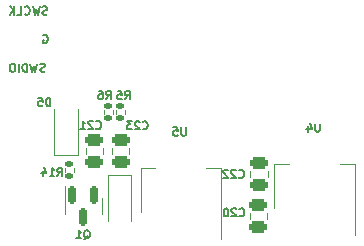
<source format=gbr>
%TF.GenerationSoftware,KiCad,Pcbnew,6.0.11-2627ca5db0~126~ubuntu22.04.1*%
%TF.CreationDate,2023-06-07T20:54:12+02:00*%
%TF.ProjectId,asac-fc-rev-b,61736163-2d66-4632-9d72-65762d622e6b,B*%
%TF.SameCoordinates,Original*%
%TF.FileFunction,Legend,Bot*%
%TF.FilePolarity,Positive*%
%FSLAX46Y46*%
G04 Gerber Fmt 4.6, Leading zero omitted, Abs format (unit mm)*
G04 Created by KiCad (PCBNEW 6.0.11-2627ca5db0~126~ubuntu22.04.1) date 2023-06-07 20:54:12*
%MOMM*%
%LPD*%
G01*
G04 APERTURE LIST*
G04 Aperture macros list*
%AMRoundRect*
0 Rectangle with rounded corners*
0 $1 Rounding radius*
0 $2 $3 $4 $5 $6 $7 $8 $9 X,Y pos of 4 corners*
0 Add a 4 corners polygon primitive as box body*
4,1,4,$2,$3,$4,$5,$6,$7,$8,$9,$2,$3,0*
0 Add four circle primitives for the rounded corners*
1,1,$1+$1,$2,$3*
1,1,$1+$1,$4,$5*
1,1,$1+$1,$6,$7*
1,1,$1+$1,$8,$9*
0 Add four rect primitives between the rounded corners*
20,1,$1+$1,$2,$3,$4,$5,0*
20,1,$1+$1,$4,$5,$6,$7,0*
20,1,$1+$1,$6,$7,$8,$9,0*
20,1,$1+$1,$8,$9,$2,$3,0*%
G04 Aperture macros list end*
%ADD10C,0.175000*%
%ADD11C,0.150000*%
%ADD12C,0.120000*%
%ADD13R,0.850000X0.700000*%
%ADD14R,1.270000X1.270000*%
%ADD15C,0.650000*%
%ADD16O,2.100000X1.000000*%
%ADD17O,1.800000X1.000000*%
%ADD18C,1.300000*%
%ADD19C,0.800000*%
%ADD20RoundRect,0.250000X0.250000X-0.625000X0.250000X0.625000X-0.250000X0.625000X-0.250000X-0.625000X0*%
%ADD21R,1.500000X2.000000*%
%ADD22R,3.800000X2.000000*%
%ADD23RoundRect,0.250000X0.475000X-0.250000X0.475000X0.250000X-0.475000X0.250000X-0.475000X-0.250000X0*%
%ADD24R,1.200000X0.900000*%
%ADD25RoundRect,0.135000X-0.185000X0.135000X-0.185000X-0.135000X0.185000X-0.135000X0.185000X0.135000X0*%
%ADD26O,1.500000X1.000000*%
%ADD27RoundRect,0.135000X0.185000X-0.135000X0.185000X0.135000X-0.185000X0.135000X-0.185000X-0.135000X0*%
%ADD28RoundRect,0.150000X-0.150000X0.587500X-0.150000X-0.587500X0.150000X-0.587500X0.150000X0.587500X0*%
G04 APERTURE END LIST*
D10*
X109363333Y-120253333D02*
X109263333Y-120286666D01*
X109096666Y-120286666D01*
X109030000Y-120253333D01*
X108996666Y-120220000D01*
X108963333Y-120153333D01*
X108963333Y-120086666D01*
X108996666Y-120020000D01*
X109030000Y-119986666D01*
X109096666Y-119953333D01*
X109230000Y-119920000D01*
X109296666Y-119886666D01*
X109330000Y-119853333D01*
X109363333Y-119786666D01*
X109363333Y-119720000D01*
X109330000Y-119653333D01*
X109296666Y-119620000D01*
X109230000Y-119586666D01*
X109063333Y-119586666D01*
X108963333Y-119620000D01*
X108730000Y-119586666D02*
X108563333Y-120286666D01*
X108430000Y-119786666D01*
X108296666Y-120286666D01*
X108130000Y-119586666D01*
X107863333Y-120286666D02*
X107863333Y-119586666D01*
X107696666Y-119586666D01*
X107596666Y-119620000D01*
X107530000Y-119686666D01*
X107496666Y-119753333D01*
X107463333Y-119886666D01*
X107463333Y-119986666D01*
X107496666Y-120120000D01*
X107530000Y-120186666D01*
X107596666Y-120253333D01*
X107696666Y-120286666D01*
X107863333Y-120286666D01*
X107163333Y-120286666D02*
X107163333Y-119586666D01*
X106696666Y-119586666D02*
X106563333Y-119586666D01*
X106496666Y-119620000D01*
X106430000Y-119686666D01*
X106396666Y-119820000D01*
X106396666Y-120053333D01*
X106430000Y-120186666D01*
X106496666Y-120253333D01*
X106563333Y-120286666D01*
X106696666Y-120286666D01*
X106763333Y-120253333D01*
X106830000Y-120186666D01*
X106863333Y-120053333D01*
X106863333Y-119820000D01*
X106830000Y-119686666D01*
X106763333Y-119620000D01*
X106696666Y-119586666D01*
X109196666Y-117190000D02*
X109263333Y-117156666D01*
X109363333Y-117156666D01*
X109463333Y-117190000D01*
X109530000Y-117256666D01*
X109563333Y-117323333D01*
X109596666Y-117456666D01*
X109596666Y-117556666D01*
X109563333Y-117690000D01*
X109530000Y-117756666D01*
X109463333Y-117823333D01*
X109363333Y-117856666D01*
X109296666Y-117856666D01*
X109196666Y-117823333D01*
X109163333Y-117790000D01*
X109163333Y-117556666D01*
X109296666Y-117556666D01*
X109553333Y-115423333D02*
X109453333Y-115456666D01*
X109286666Y-115456666D01*
X109220000Y-115423333D01*
X109186666Y-115390000D01*
X109153333Y-115323333D01*
X109153333Y-115256666D01*
X109186666Y-115190000D01*
X109220000Y-115156666D01*
X109286666Y-115123333D01*
X109420000Y-115090000D01*
X109486666Y-115056666D01*
X109520000Y-115023333D01*
X109553333Y-114956666D01*
X109553333Y-114890000D01*
X109520000Y-114823333D01*
X109486666Y-114790000D01*
X109420000Y-114756666D01*
X109253333Y-114756666D01*
X109153333Y-114790000D01*
X108920000Y-114756666D02*
X108753333Y-115456666D01*
X108620000Y-114956666D01*
X108486666Y-115456666D01*
X108320000Y-114756666D01*
X107653333Y-115390000D02*
X107686666Y-115423333D01*
X107786666Y-115456666D01*
X107853333Y-115456666D01*
X107953333Y-115423333D01*
X108020000Y-115356666D01*
X108053333Y-115290000D01*
X108086666Y-115156666D01*
X108086666Y-115056666D01*
X108053333Y-114923333D01*
X108020000Y-114856666D01*
X107953333Y-114790000D01*
X107853333Y-114756666D01*
X107786666Y-114756666D01*
X107686666Y-114790000D01*
X107653333Y-114823333D01*
X107020000Y-115456666D02*
X107353333Y-115456666D01*
X107353333Y-114756666D01*
X106786666Y-115456666D02*
X106786666Y-114756666D01*
X106386666Y-115456666D02*
X106686666Y-115056666D01*
X106386666Y-114756666D02*
X106786666Y-115156666D01*
D11*
%TO.C,U4*%
X132643333Y-124666666D02*
X132643333Y-125233333D01*
X132610000Y-125300000D01*
X132576666Y-125333333D01*
X132510000Y-125366666D01*
X132376666Y-125366666D01*
X132310000Y-125333333D01*
X132276666Y-125300000D01*
X132243333Y-125233333D01*
X132243333Y-124666666D01*
X131610000Y-124900000D02*
X131610000Y-125366666D01*
X131776666Y-124633333D02*
X131943333Y-125133333D01*
X131510000Y-125133333D01*
%TO.C,C22*%
X125790000Y-129210000D02*
X125823333Y-129243333D01*
X125923333Y-129276666D01*
X125990000Y-129276666D01*
X126090000Y-129243333D01*
X126156666Y-129176666D01*
X126190000Y-129110000D01*
X126223333Y-128976666D01*
X126223333Y-128876666D01*
X126190000Y-128743333D01*
X126156666Y-128676666D01*
X126090000Y-128610000D01*
X125990000Y-128576666D01*
X125923333Y-128576666D01*
X125823333Y-128610000D01*
X125790000Y-128643333D01*
X125523333Y-128643333D02*
X125490000Y-128610000D01*
X125423333Y-128576666D01*
X125256666Y-128576666D01*
X125190000Y-128610000D01*
X125156666Y-128643333D01*
X125123333Y-128710000D01*
X125123333Y-128776666D01*
X125156666Y-128876666D01*
X125556666Y-129276666D01*
X125123333Y-129276666D01*
X124856666Y-128643333D02*
X124823333Y-128610000D01*
X124756666Y-128576666D01*
X124590000Y-128576666D01*
X124523333Y-128610000D01*
X124490000Y-128643333D01*
X124456666Y-128710000D01*
X124456666Y-128776666D01*
X124490000Y-128876666D01*
X124890000Y-129276666D01*
X124456666Y-129276666D01*
%TO.C,C20*%
X125830000Y-132470000D02*
X125863333Y-132503333D01*
X125963333Y-132536666D01*
X126030000Y-132536666D01*
X126130000Y-132503333D01*
X126196666Y-132436666D01*
X126230000Y-132370000D01*
X126263333Y-132236666D01*
X126263333Y-132136666D01*
X126230000Y-132003333D01*
X126196666Y-131936666D01*
X126130000Y-131870000D01*
X126030000Y-131836666D01*
X125963333Y-131836666D01*
X125863333Y-131870000D01*
X125830000Y-131903333D01*
X125563333Y-131903333D02*
X125530000Y-131870000D01*
X125463333Y-131836666D01*
X125296666Y-131836666D01*
X125230000Y-131870000D01*
X125196666Y-131903333D01*
X125163333Y-131970000D01*
X125163333Y-132036666D01*
X125196666Y-132136666D01*
X125596666Y-132536666D01*
X125163333Y-132536666D01*
X124730000Y-131836666D02*
X124663333Y-131836666D01*
X124596666Y-131870000D01*
X124563333Y-131903333D01*
X124530000Y-131970000D01*
X124496666Y-132103333D01*
X124496666Y-132270000D01*
X124530000Y-132403333D01*
X124563333Y-132470000D01*
X124596666Y-132503333D01*
X124663333Y-132536666D01*
X124730000Y-132536666D01*
X124796666Y-132503333D01*
X124830000Y-132470000D01*
X124863333Y-132403333D01*
X124896666Y-132270000D01*
X124896666Y-132103333D01*
X124863333Y-131970000D01*
X124830000Y-131903333D01*
X124796666Y-131870000D01*
X124730000Y-131836666D01*
%TO.C,R6*%
X114546666Y-122596666D02*
X114780000Y-122263333D01*
X114946666Y-122596666D02*
X114946666Y-121896666D01*
X114680000Y-121896666D01*
X114613333Y-121930000D01*
X114580000Y-121963333D01*
X114546666Y-122030000D01*
X114546666Y-122130000D01*
X114580000Y-122196666D01*
X114613333Y-122230000D01*
X114680000Y-122263333D01*
X114946666Y-122263333D01*
X113946666Y-121896666D02*
X114080000Y-121896666D01*
X114146666Y-121930000D01*
X114180000Y-121963333D01*
X114246666Y-122063333D01*
X114280000Y-122196666D01*
X114280000Y-122463333D01*
X114246666Y-122530000D01*
X114213333Y-122563333D01*
X114146666Y-122596666D01*
X114013333Y-122596666D01*
X113946666Y-122563333D01*
X113913333Y-122530000D01*
X113880000Y-122463333D01*
X113880000Y-122296666D01*
X113913333Y-122230000D01*
X113946666Y-122196666D01*
X114013333Y-122163333D01*
X114146666Y-122163333D01*
X114213333Y-122196666D01*
X114246666Y-122230000D01*
X114280000Y-122296666D01*
%TO.C,C21*%
X113700000Y-125060000D02*
X113733333Y-125093333D01*
X113833333Y-125126666D01*
X113900000Y-125126666D01*
X114000000Y-125093333D01*
X114066666Y-125026666D01*
X114100000Y-124960000D01*
X114133333Y-124826666D01*
X114133333Y-124726666D01*
X114100000Y-124593333D01*
X114066666Y-124526666D01*
X114000000Y-124460000D01*
X113900000Y-124426666D01*
X113833333Y-124426666D01*
X113733333Y-124460000D01*
X113700000Y-124493333D01*
X113433333Y-124493333D02*
X113400000Y-124460000D01*
X113333333Y-124426666D01*
X113166666Y-124426666D01*
X113100000Y-124460000D01*
X113066666Y-124493333D01*
X113033333Y-124560000D01*
X113033333Y-124626666D01*
X113066666Y-124726666D01*
X113466666Y-125126666D01*
X113033333Y-125126666D01*
X112366666Y-125126666D02*
X112766666Y-125126666D01*
X112566666Y-125126666D02*
X112566666Y-124426666D01*
X112633333Y-124526666D01*
X112700000Y-124593333D01*
X112766666Y-124626666D01*
%TO.C,U5*%
X121313333Y-124986666D02*
X121313333Y-125553333D01*
X121280000Y-125620000D01*
X121246666Y-125653333D01*
X121180000Y-125686666D01*
X121046666Y-125686666D01*
X120980000Y-125653333D01*
X120946666Y-125620000D01*
X120913333Y-125553333D01*
X120913333Y-124986666D01*
X120246666Y-124986666D02*
X120580000Y-124986666D01*
X120613333Y-125320000D01*
X120580000Y-125286666D01*
X120513333Y-125253333D01*
X120346666Y-125253333D01*
X120280000Y-125286666D01*
X120246666Y-125320000D01*
X120213333Y-125386666D01*
X120213333Y-125553333D01*
X120246666Y-125620000D01*
X120280000Y-125653333D01*
X120346666Y-125686666D01*
X120513333Y-125686666D01*
X120580000Y-125653333D01*
X120613333Y-125620000D01*
%TO.C,R5*%
X116146666Y-122616666D02*
X116380000Y-122283333D01*
X116546666Y-122616666D02*
X116546666Y-121916666D01*
X116280000Y-121916666D01*
X116213333Y-121950000D01*
X116180000Y-121983333D01*
X116146666Y-122050000D01*
X116146666Y-122150000D01*
X116180000Y-122216666D01*
X116213333Y-122250000D01*
X116280000Y-122283333D01*
X116546666Y-122283333D01*
X115513333Y-121916666D02*
X115846666Y-121916666D01*
X115880000Y-122250000D01*
X115846666Y-122216666D01*
X115780000Y-122183333D01*
X115613333Y-122183333D01*
X115546666Y-122216666D01*
X115513333Y-122250000D01*
X115480000Y-122316666D01*
X115480000Y-122483333D01*
X115513333Y-122550000D01*
X115546666Y-122583333D01*
X115613333Y-122616666D01*
X115780000Y-122616666D01*
X115846666Y-122583333D01*
X115880000Y-122550000D01*
%TO.C,D5*%
X109836666Y-123196666D02*
X109836666Y-122496666D01*
X109670000Y-122496666D01*
X109570000Y-122530000D01*
X109503333Y-122596666D01*
X109470000Y-122663333D01*
X109436666Y-122796666D01*
X109436666Y-122896666D01*
X109470000Y-123030000D01*
X109503333Y-123096666D01*
X109570000Y-123163333D01*
X109670000Y-123196666D01*
X109836666Y-123196666D01*
X108803333Y-122496666D02*
X109136666Y-122496666D01*
X109170000Y-122830000D01*
X109136666Y-122796666D01*
X109070000Y-122763333D01*
X108903333Y-122763333D01*
X108836666Y-122796666D01*
X108803333Y-122830000D01*
X108770000Y-122896666D01*
X108770000Y-123063333D01*
X108803333Y-123130000D01*
X108836666Y-123163333D01*
X108903333Y-123196666D01*
X109070000Y-123196666D01*
X109136666Y-123163333D01*
X109170000Y-123130000D01*
%TO.C,C23*%
X117650000Y-125100000D02*
X117683333Y-125133333D01*
X117783333Y-125166666D01*
X117850000Y-125166666D01*
X117950000Y-125133333D01*
X118016666Y-125066666D01*
X118050000Y-125000000D01*
X118083333Y-124866666D01*
X118083333Y-124766666D01*
X118050000Y-124633333D01*
X118016666Y-124566666D01*
X117950000Y-124500000D01*
X117850000Y-124466666D01*
X117783333Y-124466666D01*
X117683333Y-124500000D01*
X117650000Y-124533333D01*
X117383333Y-124533333D02*
X117350000Y-124500000D01*
X117283333Y-124466666D01*
X117116666Y-124466666D01*
X117050000Y-124500000D01*
X117016666Y-124533333D01*
X116983333Y-124600000D01*
X116983333Y-124666666D01*
X117016666Y-124766666D01*
X117416666Y-125166666D01*
X116983333Y-125166666D01*
X116750000Y-124466666D02*
X116316666Y-124466666D01*
X116550000Y-124733333D01*
X116450000Y-124733333D01*
X116383333Y-124766666D01*
X116350000Y-124800000D01*
X116316666Y-124866666D01*
X116316666Y-125033333D01*
X116350000Y-125100000D01*
X116383333Y-125133333D01*
X116450000Y-125166666D01*
X116650000Y-125166666D01*
X116716666Y-125133333D01*
X116750000Y-125100000D01*
%TO.C,R14*%
X110430000Y-129116666D02*
X110663333Y-128783333D01*
X110830000Y-129116666D02*
X110830000Y-128416666D01*
X110563333Y-128416666D01*
X110496666Y-128450000D01*
X110463333Y-128483333D01*
X110430000Y-128550000D01*
X110430000Y-128650000D01*
X110463333Y-128716666D01*
X110496666Y-128750000D01*
X110563333Y-128783333D01*
X110830000Y-128783333D01*
X109763333Y-129116666D02*
X110163333Y-129116666D01*
X109963333Y-129116666D02*
X109963333Y-128416666D01*
X110030000Y-128516666D01*
X110096666Y-128583333D01*
X110163333Y-128616666D01*
X109163333Y-128650000D02*
X109163333Y-129116666D01*
X109330000Y-128383333D02*
X109496666Y-128883333D01*
X109063333Y-128883333D01*
%TO.C,Q1*%
X112656666Y-134463333D02*
X112723333Y-134430000D01*
X112790000Y-134363333D01*
X112890000Y-134263333D01*
X112956666Y-134230000D01*
X113023333Y-134230000D01*
X112990000Y-134396666D02*
X113056666Y-134363333D01*
X113123333Y-134296666D01*
X113156666Y-134163333D01*
X113156666Y-133930000D01*
X113123333Y-133796666D01*
X113056666Y-133730000D01*
X112990000Y-133696666D01*
X112856666Y-133696666D01*
X112790000Y-133730000D01*
X112723333Y-133796666D01*
X112690000Y-133930000D01*
X112690000Y-134163333D01*
X112723333Y-134296666D01*
X112790000Y-134363333D01*
X112856666Y-134396666D01*
X112990000Y-134396666D01*
X112023333Y-134396666D02*
X112423333Y-134396666D01*
X112223333Y-134396666D02*
X112223333Y-133696666D01*
X112290000Y-133796666D01*
X112356666Y-133863333D01*
X112423333Y-133896666D01*
D12*
%TO.C,U4*%
X128790000Y-128065000D02*
X130050000Y-128065000D01*
X135610000Y-134075000D02*
X135610000Y-128065000D01*
X128790000Y-131825000D02*
X128790000Y-128065000D01*
X135610000Y-128065000D02*
X134350000Y-128065000D01*
%TO.C,C22*%
X126755000Y-129201252D02*
X126755000Y-128678748D01*
X128225000Y-129201252D02*
X128225000Y-128678748D01*
%TO.C,D4*%
X114670000Y-129000000D02*
X116670000Y-129000000D01*
X114670000Y-129000000D02*
X114670000Y-132900000D01*
X116670000Y-129000000D02*
X116670000Y-132900000D01*
%TO.C,C20*%
X126715000Y-132736252D02*
X126715000Y-132213748D01*
X128185000Y-132736252D02*
X128185000Y-132213748D01*
%TO.C,R6*%
X115100000Y-123526359D02*
X115100000Y-123833641D01*
X114340000Y-123526359D02*
X114340000Y-123833641D01*
%TO.C,C21*%
X112815000Y-127261252D02*
X112815000Y-126738748D01*
X114285000Y-127261252D02*
X114285000Y-126738748D01*
%TO.C,U5*%
X117465000Y-128415000D02*
X118725000Y-128415000D01*
X124285000Y-134425000D02*
X124285000Y-128415000D01*
X124285000Y-128415000D02*
X123025000Y-128415000D01*
X117465000Y-132175000D02*
X117465000Y-128415000D01*
%TO.C,R5*%
X116120000Y-123556359D02*
X116120000Y-123863641D01*
X115360000Y-123556359D02*
X115360000Y-123863641D01*
%TO.C,D5*%
X112160000Y-127350000D02*
X112160000Y-123450000D01*
X110160000Y-127350000D02*
X110160000Y-123450000D01*
X112160000Y-127350000D02*
X110160000Y-127350000D01*
%TO.C,C23*%
X116505000Y-127231252D02*
X116505000Y-126708748D01*
X115035000Y-127231252D02*
X115035000Y-126708748D01*
%TO.C,R14*%
X111800000Y-128753641D02*
X111800000Y-128446359D01*
X111040000Y-128753641D02*
X111040000Y-128446359D01*
%TO.C,Q1*%
X111040000Y-131660000D02*
X111040000Y-132310000D01*
X114160000Y-131660000D02*
X114160000Y-132310000D01*
X111040000Y-131660000D02*
X111040000Y-129985000D01*
X114160000Y-131660000D02*
X114160000Y-131010000D01*
%TD*%
%LPC*%
D13*
%TO.C,J4*%
X139775000Y-129750000D03*
X141375000Y-129050000D03*
X140575000Y-129050000D03*
X140575000Y-129750000D03*
X141375000Y-129750000D03*
X139775000Y-129050000D03*
X141375000Y-128350000D03*
X139775000Y-128350000D03*
X140575000Y-128350000D03*
D14*
X141175000Y-126850000D03*
D13*
X139775000Y-124650000D03*
X140575000Y-123950000D03*
X140575000Y-125350000D03*
X141375000Y-124650000D03*
X141375000Y-123950000D03*
X141375000Y-125350000D03*
X140575000Y-124650000D03*
X139775000Y-125350000D03*
X139775000Y-123950000D03*
%TD*%
%TO.C,J9*%
X106749600Y-105777800D03*
X108349600Y-106477800D03*
X108349600Y-105777800D03*
X106749600Y-105077800D03*
X107549600Y-106477800D03*
X107549600Y-105777800D03*
X106749600Y-106477800D03*
X108349600Y-105077800D03*
X107549600Y-105077800D03*
D14*
X106949600Y-107977800D03*
D13*
X108349600Y-110177800D03*
X107549600Y-110177800D03*
X106749600Y-109477800D03*
X107549600Y-110877800D03*
X106749600Y-110177800D03*
X108349600Y-110877800D03*
X106749600Y-110877800D03*
X107549600Y-109477800D03*
X108349600Y-109477800D03*
%TD*%
D15*
%TO.C,J10*%
X111022500Y-114570000D03*
X111022500Y-120350000D03*
D16*
X111523500Y-113140000D03*
X111523500Y-121780000D03*
D17*
X107343500Y-113140000D03*
X107343500Y-121780000D03*
%TD*%
D18*
%TO.C,SW1*%
X141090000Y-119630000D03*
X141090000Y-115130000D03*
D19*
X141090000Y-118230000D03*
X141090000Y-116530000D03*
%TD*%
D20*
%TO.C,J3*%
X111580000Y-104000000D03*
X113080000Y-104000000D03*
X114580000Y-104000000D03*
X116080000Y-104000000D03*
%TD*%
D13*
%TO.C,J1*%
X139820000Y-105900000D03*
X141420000Y-106600000D03*
X141420000Y-105200000D03*
X139820000Y-105200000D03*
X140620000Y-105900000D03*
X140620000Y-105200000D03*
X140620000Y-106600000D03*
X139820000Y-106600000D03*
X141420000Y-105900000D03*
D14*
X141170000Y-108100000D03*
D13*
X139820000Y-111000000D03*
X140620000Y-110300000D03*
X140620000Y-111000000D03*
X141420000Y-110300000D03*
X139820000Y-109600000D03*
X141420000Y-111000000D03*
X140620000Y-109600000D03*
X139820000Y-110300000D03*
X141420000Y-109600000D03*
%TD*%
D20*
%TO.C,J15*%
X123720000Y-100850000D03*
X125220000Y-100850000D03*
X126720000Y-100850000D03*
X128220000Y-100850000D03*
%TD*%
%TO.C,J8*%
X117660000Y-100830000D03*
X119160000Y-100830000D03*
X120660000Y-100830000D03*
X122160000Y-100830000D03*
%TD*%
%TO.C,J2*%
X129820000Y-104000000D03*
X131320000Y-104000000D03*
X132820000Y-104000000D03*
X134320000Y-104000000D03*
%TD*%
D13*
%TO.C,J6*%
X107574600Y-129050000D03*
X107574600Y-128350000D03*
X107574600Y-129750000D03*
X108374600Y-128350000D03*
X108374600Y-129050000D03*
X106774600Y-129050000D03*
X108374600Y-129750000D03*
X106774600Y-129750000D03*
X106774600Y-128350000D03*
D14*
X106974600Y-126850000D03*
D13*
X108374600Y-123950000D03*
X107574600Y-124650000D03*
X107574600Y-125350000D03*
X108374600Y-125350000D03*
X106774600Y-124650000D03*
X108374600Y-124650000D03*
X107574600Y-123950000D03*
X106774600Y-125350000D03*
X106774600Y-123950000D03*
%TD*%
D20*
%TO.C,J5*%
X111580000Y-100840000D03*
X113080000Y-100840000D03*
X114580000Y-100840000D03*
X116080000Y-100840000D03*
%TD*%
%TO.C,J12*%
X129820000Y-100830000D03*
X131320000Y-100830000D03*
X132820000Y-100830000D03*
X134320000Y-100830000D03*
%TD*%
D21*
%TO.C,U4*%
X134500000Y-133125000D03*
X132200000Y-133125000D03*
D22*
X132200000Y-126825000D03*
D21*
X129900000Y-133125000D03*
%TD*%
D23*
%TO.C,C22*%
X127490000Y-129890000D03*
X127490000Y-127990000D03*
%TD*%
D24*
%TO.C,D4*%
X115670000Y-129600000D03*
X115670000Y-132900000D03*
%TD*%
D23*
%TO.C,C20*%
X127450000Y-133425000D03*
X127450000Y-131525000D03*
%TD*%
D25*
%TO.C,R6*%
X114720000Y-123170000D03*
X114720000Y-124190000D03*
%TD*%
D23*
%TO.C,C21*%
X113550000Y-127950000D03*
X113550000Y-126050000D03*
%TD*%
D21*
%TO.C,U5*%
X123175000Y-133475000D03*
X120875000Y-133475000D03*
D22*
X120875000Y-127175000D03*
D21*
X118575000Y-133475000D03*
%TD*%
D26*
%TO.C,J14*%
X107150000Y-116240000D03*
X107150000Y-117510000D03*
X107150000Y-118780000D03*
%TD*%
D25*
%TO.C,R5*%
X115740000Y-123200000D03*
X115740000Y-124220000D03*
%TD*%
D24*
%TO.C,D5*%
X111160000Y-126750000D03*
X111160000Y-123450000D03*
%TD*%
D23*
%TO.C,C23*%
X115770000Y-127920000D03*
X115770000Y-126020000D03*
%TD*%
D27*
%TO.C,R14*%
X111420000Y-129110000D03*
X111420000Y-128090000D03*
%TD*%
D28*
%TO.C,Q1*%
X111650000Y-130722500D03*
X113550000Y-130722500D03*
X112600000Y-132597500D03*
%TD*%
G36*
X133604926Y-136123588D02*
G01*
X133651516Y-136177160D01*
X133661747Y-136247415D01*
X133632370Y-136312049D01*
X133620957Y-136323660D01*
X133461304Y-136466335D01*
X133456335Y-136471304D01*
X133236863Y-136716894D01*
X133232457Y-136722419D01*
X133041872Y-136991022D01*
X133038120Y-136996993D01*
X132878804Y-137285253D01*
X132875739Y-137291617D01*
X132749704Y-137595894D01*
X132747371Y-137602561D01*
X132656193Y-137919047D01*
X132654625Y-137925916D01*
X132599455Y-138250623D01*
X132598665Y-138257636D01*
X132580100Y-138588225D01*
X132580000Y-138591782D01*
X132580000Y-141583813D01*
X132579393Y-141596163D01*
X132562002Y-141772737D01*
X132557184Y-141796963D01*
X132507482Y-141960809D01*
X132498029Y-141983629D01*
X132417319Y-142134628D01*
X132403596Y-142155166D01*
X132294980Y-142287515D01*
X132277515Y-142304980D01*
X132145166Y-142413596D01*
X132124628Y-142427319D01*
X131973629Y-142508029D01*
X131950809Y-142517482D01*
X131786963Y-142567184D01*
X131762737Y-142572002D01*
X131586163Y-142589393D01*
X131573813Y-142590000D01*
X130088258Y-142590000D01*
X130071812Y-142588922D01*
X129967037Y-142575128D01*
X129935265Y-142566615D01*
X129845326Y-142529361D01*
X129816840Y-142512914D01*
X129739607Y-142453651D01*
X129716349Y-142430393D01*
X129657086Y-142353160D01*
X129640639Y-142324674D01*
X129603385Y-142234735D01*
X129594872Y-142202963D01*
X129581078Y-142098188D01*
X129580000Y-142081742D01*
X129580000Y-139593092D01*
X129579697Y-139586920D01*
X129561392Y-139401076D01*
X129558988Y-139388984D01*
X129505675Y-139213235D01*
X129500964Y-139201862D01*
X129414390Y-139039893D01*
X129407539Y-139029640D01*
X129291034Y-138887678D01*
X129282322Y-138878966D01*
X129140360Y-138762461D01*
X129130107Y-138755610D01*
X128968138Y-138669036D01*
X128956765Y-138664325D01*
X128781016Y-138611012D01*
X128768924Y-138608608D01*
X128583080Y-138590303D01*
X128576908Y-138590000D01*
X127583092Y-138590000D01*
X127576920Y-138590303D01*
X127391076Y-138608608D01*
X127378984Y-138611012D01*
X127203235Y-138664325D01*
X127191862Y-138669036D01*
X127029893Y-138755610D01*
X127019640Y-138762461D01*
X126877678Y-138878966D01*
X126868966Y-138887678D01*
X126752461Y-139029640D01*
X126745610Y-139039893D01*
X126659036Y-139201862D01*
X126654325Y-139213235D01*
X126601012Y-139388984D01*
X126598608Y-139401076D01*
X126580303Y-139586920D01*
X126580000Y-139593092D01*
X126580000Y-142081742D01*
X126578922Y-142098188D01*
X126565128Y-142202963D01*
X126556615Y-142234735D01*
X126519361Y-142324674D01*
X126502914Y-142353160D01*
X126443651Y-142430393D01*
X126420393Y-142453651D01*
X126343160Y-142512914D01*
X126314674Y-142529361D01*
X126224735Y-142566615D01*
X126192963Y-142575128D01*
X126088188Y-142588922D01*
X126071742Y-142590000D01*
X124744164Y-142590000D01*
X124676043Y-142569998D01*
X124629550Y-142516342D01*
X124618179Y-142465949D01*
X124521976Y-136247718D01*
X124540922Y-136179296D01*
X124593852Y-136131979D01*
X124647733Y-136119769D01*
X133536769Y-136103709D01*
X133604926Y-136123588D01*
G37*
G36*
X123423066Y-136070158D02*
G01*
X123469704Y-136123687D01*
X123481227Y-136175105D01*
X123542871Y-142462765D01*
X123523538Y-142531078D01*
X123470340Y-142578095D01*
X123416877Y-142590000D01*
X122088258Y-142590000D01*
X122071812Y-142588922D01*
X121967037Y-142575128D01*
X121935265Y-142566615D01*
X121845326Y-142529361D01*
X121816840Y-142512914D01*
X121739607Y-142453651D01*
X121716349Y-142430393D01*
X121657086Y-142353160D01*
X121640639Y-142324674D01*
X121603385Y-142234735D01*
X121594872Y-142202963D01*
X121581078Y-142098188D01*
X121580000Y-142081742D01*
X121580000Y-139593092D01*
X121579697Y-139586920D01*
X121561392Y-139401076D01*
X121558988Y-139388984D01*
X121505675Y-139213235D01*
X121500964Y-139201862D01*
X121414390Y-139039893D01*
X121407539Y-139029640D01*
X121291034Y-138887678D01*
X121282322Y-138878966D01*
X121140360Y-138762461D01*
X121130107Y-138755610D01*
X120968138Y-138669036D01*
X120956765Y-138664325D01*
X120781016Y-138611012D01*
X120768924Y-138608608D01*
X120583080Y-138590303D01*
X120576908Y-138590000D01*
X119583092Y-138590000D01*
X119576920Y-138590303D01*
X119391076Y-138608608D01*
X119378984Y-138611012D01*
X119203235Y-138664325D01*
X119191862Y-138669036D01*
X119029893Y-138755610D01*
X119019640Y-138762461D01*
X118877678Y-138878966D01*
X118868966Y-138887678D01*
X118752461Y-139029640D01*
X118745610Y-139039893D01*
X118659036Y-139201862D01*
X118654325Y-139213235D01*
X118601012Y-139388984D01*
X118598608Y-139401076D01*
X118580303Y-139586920D01*
X118580000Y-139593092D01*
X118580000Y-142081742D01*
X118578922Y-142098188D01*
X118565128Y-142202963D01*
X118556615Y-142234735D01*
X118519361Y-142324674D01*
X118502914Y-142353160D01*
X118443651Y-142430393D01*
X118420393Y-142453651D01*
X118343160Y-142512914D01*
X118314674Y-142529361D01*
X118224735Y-142566615D01*
X118192963Y-142575128D01*
X118088188Y-142588922D01*
X118071742Y-142590000D01*
X116586187Y-142590000D01*
X116573837Y-142589393D01*
X116397263Y-142572002D01*
X116373037Y-142567184D01*
X116209191Y-142517482D01*
X116186371Y-142508029D01*
X116035372Y-142427319D01*
X116014834Y-142413596D01*
X115882485Y-142304980D01*
X115865020Y-142287515D01*
X115756404Y-142155166D01*
X115742681Y-142134628D01*
X115661971Y-141983629D01*
X115652518Y-141960809D01*
X115602816Y-141796963D01*
X115597998Y-141772737D01*
X115580607Y-141596163D01*
X115580000Y-141583813D01*
X115580000Y-138591782D01*
X115579900Y-138588225D01*
X115561335Y-138257636D01*
X115560545Y-138250623D01*
X115505375Y-137925916D01*
X115503807Y-137919047D01*
X115412629Y-137602561D01*
X115410296Y-137595894D01*
X115284261Y-137291617D01*
X115281196Y-137285253D01*
X115121880Y-136996993D01*
X115118128Y-136991022D01*
X114927543Y-136722419D01*
X114923137Y-136716894D01*
X114703665Y-136471304D01*
X114698696Y-136466335D01*
X114505952Y-136294088D01*
X114468487Y-136233781D01*
X114469573Y-136162793D01*
X114508866Y-136103661D01*
X114573891Y-136075160D01*
X114589570Y-136074137D01*
X123354891Y-136050340D01*
X123423066Y-136070158D01*
G37*
M02*

</source>
